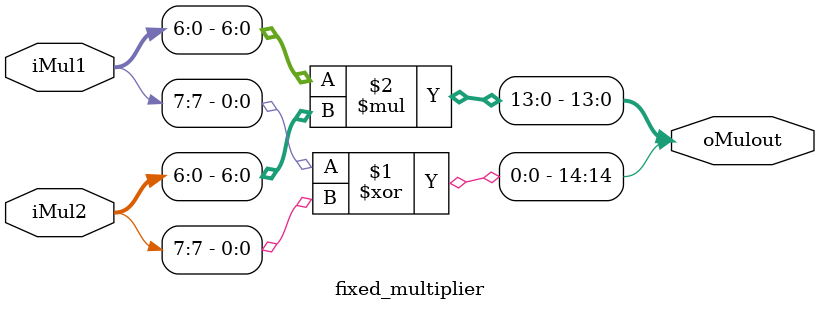
<source format=v>

module fixed_multiplier#(
	parameter integer BIT_WIDTH = 8,
	parameter integer OUT_WIDTH = 15
)
(
	input [BIT_WIDTH-1:0] iMul1,
	input [BIT_WIDTH-1:0] iMul2,

	output [OUT_WIDTH-1:0] oMulout
);

assign oMulout[OUT_WIDTH-1] = iMul1[BIT_WIDTH-1]^iMul2[BIT_WIDTH-1];
assign oMulout[OUT_WIDTH-2:0] = iMul1[BIT_WIDTH-2:0]*iMul2[BIT_WIDTH-2:0];

endmodule

</source>
